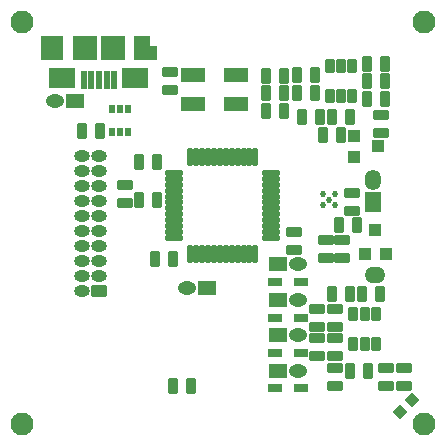
<source format=gbs>
%TF.GenerationSoftware,KiCad,Pcbnew,6.0.2-378541a8eb~116~ubuntu20.04.1*%
%TF.CreationDate,2022-03-13T20:33:59-06:00*%
%TF.ProjectId,Crazyflie contol board,4372617a-7966-46c6-9965-20636f6e746f,F*%
%TF.SameCoordinates,Original*%
%TF.FileFunction,Soldermask,Bot*%
%TF.FilePolarity,Negative*%
%FSLAX46Y46*%
G04 Gerber Fmt 4.6, Leading zero omitted, Abs format (unit mm)*
G04 Created by KiCad (PCBNEW 6.0.2-378541a8eb~116~ubuntu20.04.1) date 2022-03-13 20:33:59*
%MOMM*%
%LPD*%
G01*
G04 APERTURE LIST*
G04 Aperture macros list*
%AMRoundRect*
0 Rectangle with rounded corners*
0 $1 Rounding radius*
0 $2 $3 $4 $5 $6 $7 $8 $9 X,Y pos of 4 corners*
0 Add a 4 corners polygon primitive as box body*
4,1,4,$2,$3,$4,$5,$6,$7,$8,$9,$2,$3,0*
0 Add four circle primitives for the rounded corners*
1,1,$1+$1,$2,$3*
1,1,$1+$1,$4,$5*
1,1,$1+$1,$6,$7*
1,1,$1+$1,$8,$9*
0 Add four rect primitives between the rounded corners*
20,1,$1+$1,$2,$3,$4,$5,0*
20,1,$1+$1,$4,$5,$6,$7,0*
20,1,$1+$1,$6,$7,$8,$9,0*
20,1,$1+$1,$8,$9,$2,$3,0*%
G04 Aperture macros list end*
%ADD10C,0.523240*%
%ADD11RoundRect,0.071120X0.599440X-0.400050X0.599440X0.400050X-0.599440X0.400050X-0.599440X-0.400050X0*%
%ADD12O,1.341120X0.942340*%
%ADD13RoundRect,0.071120X0.699770X-0.500380X0.699770X0.500380X-0.699770X0.500380X-0.699770X-0.500380X0*%
%ADD14O,1.541780X1.143000*%
%ADD15C,1.943100*%
%ADD16RoundRect,0.071120X0.599440X-0.800100X0.599440X0.800100X-0.599440X0.800100X-0.599440X-0.800100X0*%
%ADD17O,1.341120X1.742440*%
%ADD18RoundRect,0.071120X-0.949960X-0.549910X0.949960X-0.549910X0.949960X0.549910X-0.949960X0.549910X0*%
%ADD19RoundRect,0.071120X0.350520X0.500380X-0.350520X0.500380X-0.350520X-0.500380X0.350520X-0.500380X0*%
%ADD20RoundRect,0.071120X-0.350520X-0.500380X0.350520X-0.500380X0.350520X0.500380X-0.350520X0.500380X0*%
%ADD21RoundRect,0.071120X0.500380X0.299720X-0.500380X0.299720X-0.500380X-0.299720X0.500380X-0.299720X0*%
%ADD22RoundRect,0.071120X0.317500X0.571500X-0.317500X0.571500X-0.317500X-0.571500X0.317500X-0.571500X0*%
%ADD23RoundRect,0.071120X-0.317500X-0.571500X0.317500X-0.571500X0.317500X0.571500X-0.317500X0.571500X0*%
%ADD24RoundRect,0.071120X-0.571500X0.317500X-0.571500X-0.317500X0.571500X-0.317500X0.571500X0.317500X0*%
%ADD25RoundRect,0.071120X0.571500X-0.317500X0.571500X0.317500X-0.571500X0.317500X-0.571500X-0.317500X0*%
%ADD26RoundRect,0.071120X-0.149860X-0.650240X0.149860X-0.650240X0.149860X0.650240X-0.149860X0.650240X0*%
%ADD27RoundRect,0.071120X-0.650240X-0.149860X0.650240X-0.149860X0.650240X0.149860X-0.650240X0.149860X0*%
%ADD28RoundRect,0.071120X0.199390X-0.254000X0.199390X0.254000X-0.199390X0.254000X-0.199390X-0.254000X0*%
%ADD29RoundRect,0.071120X-1.050290X-0.800100X1.050290X-0.800100X1.050290X0.800100X-1.050290X0.800100X0*%
%ADD30RoundRect,0.071120X-0.599440X-0.949960X0.599440X-0.949960X0.599440X0.949960X-0.599440X0.949960X0*%
%ADD31RoundRect,0.071120X-0.900430X-0.549910X0.900430X-0.549910X0.900430X0.549910X-0.900430X0.549910X0*%
%ADD32RoundRect,0.071120X-0.949960X-0.949960X0.949960X-0.949960X0.949960X0.949960X-0.949960X0.949960X0*%
%ADD33RoundRect,0.071120X-0.900430X-0.949960X0.900430X-0.949960X0.900430X0.949960X-0.900430X0.949960X0*%
%ADD34RoundRect,0.071120X-0.199390X-0.699770X0.199390X-0.699770X0.199390X0.699770X-0.199390X0.699770X0*%
%ADD35O,1.742440X1.341120*%
%ADD36RoundRect,0.071120X-0.457200X-0.457200X0.457200X-0.457200X0.457200X0.457200X-0.457200X0.457200X0*%
%ADD37RoundRect,0.071120X-0.457200X0.457200X-0.457200X-0.457200X0.457200X-0.457200X0.457200X0.457200X0*%
%ADD38RoundRect,0.071120X0.000000X0.563960X-0.563960X0.000000X0.000000X-0.563960X0.563960X0.000000X0*%
G04 APERTURE END LIST*
D10*
%TO.C,U8*%
X149499320Y-99504500D03*
X148498560Y-98503740D03*
X148498560Y-99504500D03*
X149499320Y-98503740D03*
X148998940Y-99004120D03*
%TD*%
D11*
%TO.C,P6*%
X129534920Y-106718100D03*
D12*
X128066800Y-106718100D03*
X129534920Y-105448100D03*
X128066800Y-105448100D03*
X129534920Y-104178100D03*
X128066800Y-104178100D03*
X129534920Y-102908100D03*
X128066800Y-102908100D03*
X129534920Y-101638100D03*
X128066800Y-101638100D03*
X129534920Y-100368100D03*
X128066800Y-100368100D03*
X129534920Y-99098100D03*
X128066800Y-99098100D03*
X129534920Y-97828100D03*
X128066800Y-97828100D03*
X129534920Y-96558100D03*
X128066800Y-96558100D03*
X129534920Y-95288100D03*
X128066800Y-95288100D03*
%TD*%
D13*
%TO.C,P5*%
X138635740Y-106502200D03*
D14*
X136964420Y-106502200D03*
%TD*%
D15*
%TO.C,PCB_EDGE2*%
X156999940Y-84002880D03*
%TD*%
D13*
%TO.C,P8*%
X127436880Y-90700860D03*
D14*
X125765560Y-90700860D03*
%TD*%
D16*
%TO.C,BT1*%
X152699720Y-99250500D03*
D17*
X152699720Y-97350580D03*
%TD*%
D15*
%TO.C,PCB_EDGE1*%
X122999500Y-84002880D03*
%TD*%
%TO.C,PCB_EDGE3*%
X156999940Y-118003320D03*
%TD*%
%TO.C,PCB_EDGE4*%
X122999500Y-118003320D03*
%TD*%
D18*
%TO.C,X1*%
X137497820Y-88452960D03*
X141099540Y-88452960D03*
X141099540Y-90952320D03*
X137497820Y-90952320D03*
%TD*%
D19*
%TO.C,U7*%
X150947120Y-90271600D03*
X149994620Y-90271600D03*
X149042120Y-90271600D03*
X149042120Y-87731600D03*
X149994620Y-87731600D03*
X150947120Y-87731600D03*
%TD*%
D20*
%TO.C,U9*%
X151046180Y-108734860D03*
X151998680Y-108734860D03*
X152951180Y-108734860D03*
X152951180Y-111274860D03*
X151998680Y-111274860D03*
X151046180Y-111274860D03*
%TD*%
D21*
%TO.C,D1*%
X146598640Y-106004360D03*
X144399000Y-106004360D03*
%TD*%
%TO.C,D2*%
X146598640Y-109004100D03*
X144399000Y-109004100D03*
%TD*%
%TO.C,D3*%
X146598640Y-112003840D03*
X144399000Y-112003840D03*
%TD*%
%TO.C,D4*%
X146598640Y-115003580D03*
X144399000Y-115003580D03*
%TD*%
D22*
%TO.C,C29*%
X153761440Y-89001600D03*
X152237440Y-89001600D03*
%TD*%
D23*
%TO.C,C30*%
X152237440Y-87503000D03*
X153761440Y-87503000D03*
%TD*%
D22*
%TO.C,C31*%
X150756620Y-92001340D03*
X149232620Y-92001340D03*
%TD*%
%TO.C,C32*%
X147761960Y-90002360D03*
X146237960Y-90002360D03*
%TD*%
D23*
%TO.C,C35*%
X150738840Y-113502440D03*
X152262840Y-113502440D03*
%TD*%
%TO.C,C36*%
X128038860Y-93202760D03*
X129562860Y-93202760D03*
%TD*%
D24*
%TO.C,C37*%
X149499320Y-113243360D03*
X149499320Y-114767360D03*
%TD*%
D22*
%TO.C,C38*%
X153261060Y-107005120D03*
X151737060Y-107005120D03*
%TD*%
D25*
%TO.C,C39*%
X150898860Y-99961700D03*
X150898860Y-98437700D03*
%TD*%
D24*
%TO.C,C40*%
X153830020Y-113240820D03*
X153830020Y-114764820D03*
%TD*%
%TO.C,C41*%
X148699220Y-102440740D03*
X148699220Y-103964740D03*
%TD*%
D25*
%TO.C,C1*%
X131699000Y-99265740D03*
X131699000Y-97741740D03*
%TD*%
D24*
%TO.C,C2*%
X135498840Y-88242140D03*
X135498840Y-89766140D03*
%TD*%
D23*
%TO.C,C3*%
X143637000Y-88506300D03*
X145161000Y-88506300D03*
%TD*%
D25*
%TO.C,C4*%
X145999200Y-103266240D03*
X145999200Y-101742240D03*
%TD*%
D22*
%TO.C,C5*%
X135760460Y-104002840D03*
X134236460Y-104002840D03*
%TD*%
%TO.C,C6*%
X134462520Y-95803720D03*
X132938520Y-95803720D03*
%TD*%
D23*
%TO.C,C7*%
X143637000Y-91506040D03*
X145161000Y-91506040D03*
%TD*%
%TO.C,C8*%
X143637000Y-90004900D03*
X145161000Y-90004900D03*
%TD*%
D22*
%TO.C,C14*%
X137261600Y-114802920D03*
X135737600Y-114802920D03*
%TD*%
D23*
%TO.C,R19*%
X146738340Y-92003880D03*
X148262340Y-92003880D03*
%TD*%
%TO.C,R18*%
X146237960Y-88503760D03*
X147761960Y-88503760D03*
%TD*%
D22*
%TO.C,R17*%
X149961600Y-93502480D03*
X148437600Y-93502480D03*
%TD*%
D23*
%TO.C,R16*%
X152237440Y-90502740D03*
X153761440Y-90502740D03*
%TD*%
D24*
%TO.C,R20*%
X149499320Y-110744000D03*
X149499320Y-112268000D03*
%TD*%
%TO.C,R21*%
X148000720Y-108242100D03*
X148000720Y-109766100D03*
%TD*%
D25*
%TO.C,R23*%
X149499320Y-109766100D03*
X149499320Y-108242100D03*
%TD*%
%TO.C,R28*%
X147998180Y-112268000D03*
X147998180Y-110744000D03*
%TD*%
D22*
%TO.C,R7*%
X134462520Y-99004120D03*
X132938520Y-99004120D03*
%TD*%
D23*
%TO.C,R29*%
X149237700Y-107005120D03*
X150761700Y-107005120D03*
%TD*%
D22*
%TO.C,R30*%
X151361140Y-101201220D03*
X149837140Y-101201220D03*
%TD*%
D26*
%TO.C,U1*%
X137248900Y-95402400D03*
X137749280Y-95402400D03*
X138249660Y-95402400D03*
X138750040Y-95402400D03*
X139250420Y-95402400D03*
X139750800Y-95402400D03*
X140248640Y-95402400D03*
X140749020Y-95402400D03*
X141249400Y-95402400D03*
X141749780Y-95402400D03*
X142250160Y-95402400D03*
X142750540Y-95402400D03*
D27*
X144099280Y-96751140D03*
X144099280Y-97251520D03*
X144099280Y-97751900D03*
X144099280Y-98252280D03*
X144099280Y-98752660D03*
X144099280Y-99253040D03*
X144099280Y-99750880D03*
X144099280Y-100251260D03*
X144099280Y-100751640D03*
X144099280Y-101252020D03*
X144099280Y-101752400D03*
X144099280Y-102252780D03*
D26*
X142750540Y-103601520D03*
X142250160Y-103601520D03*
X141749780Y-103601520D03*
X141249400Y-103601520D03*
X140749020Y-103601520D03*
X140248640Y-103601520D03*
X139750800Y-103601520D03*
X139250420Y-103601520D03*
X138750040Y-103601520D03*
X138249660Y-103601520D03*
X137749280Y-103601520D03*
X137248900Y-103601520D03*
D27*
X135900160Y-102252780D03*
X135900160Y-101752400D03*
X135900160Y-101252020D03*
X135900160Y-100751640D03*
X135900160Y-100251260D03*
X135900160Y-99750880D03*
X135900160Y-99253040D03*
X135900160Y-98752660D03*
X135900160Y-98252280D03*
X135900160Y-97751900D03*
X135900160Y-97251520D03*
X135900160Y-96751140D03*
%TD*%
D13*
%TO.C,P4*%
X144663160Y-113502440D03*
D14*
X146334480Y-113502440D03*
%TD*%
D13*
%TO.C,P3*%
X144663160Y-110502700D03*
D14*
X146334480Y-110502700D03*
%TD*%
D13*
%TO.C,P2*%
X144663160Y-107502960D03*
D14*
X146334480Y-107502960D03*
%TD*%
D13*
%TO.C,P1*%
X144663160Y-104503220D03*
D14*
X146334480Y-104503220D03*
%TD*%
D25*
%TO.C,R32*%
X150098760Y-103964740D03*
X150098760Y-102440740D03*
%TD*%
D28*
%TO.C,U6*%
X131950460Y-93253560D03*
X131300220Y-93253560D03*
X130649980Y-93253560D03*
X130649980Y-91353640D03*
X131300220Y-91353640D03*
X131950460Y-91353640D03*
%TD*%
D29*
%TO.C,P7*%
X132598160Y-88752680D03*
D30*
X133149340Y-86202520D03*
D31*
X133449060Y-86601300D03*
D29*
X126400560Y-88752680D03*
D32*
X130698240Y-86202520D03*
D33*
X125498860Y-86202520D03*
D32*
X128300480Y-86202520D03*
D34*
X128198880Y-88902540D03*
X128849120Y-88902540D03*
X129499360Y-88902540D03*
X130149600Y-88902540D03*
X130799840Y-88902540D03*
%TD*%
D24*
%TO.C,R33*%
X153400760Y-91841320D03*
X153400760Y-93365320D03*
%TD*%
D35*
%TO.C,P9*%
X152900380Y-105402380D03*
%TD*%
D36*
%TO.C,Q5*%
X152900380Y-101587300D03*
X153789380Y-103619300D03*
X152011380Y-103619300D03*
%TD*%
D37*
%TO.C,Q6*%
X153116280Y-94503240D03*
X151084280Y-95392240D03*
X151084280Y-93614240D03*
%TD*%
D38*
%TO.C,D8*%
X156028635Y-115972345D03*
X154968965Y-117032015D03*
%TD*%
D25*
%TO.C,R38*%
X155300680Y-114764820D03*
X155300680Y-113240820D03*
%TD*%
M02*

</source>
